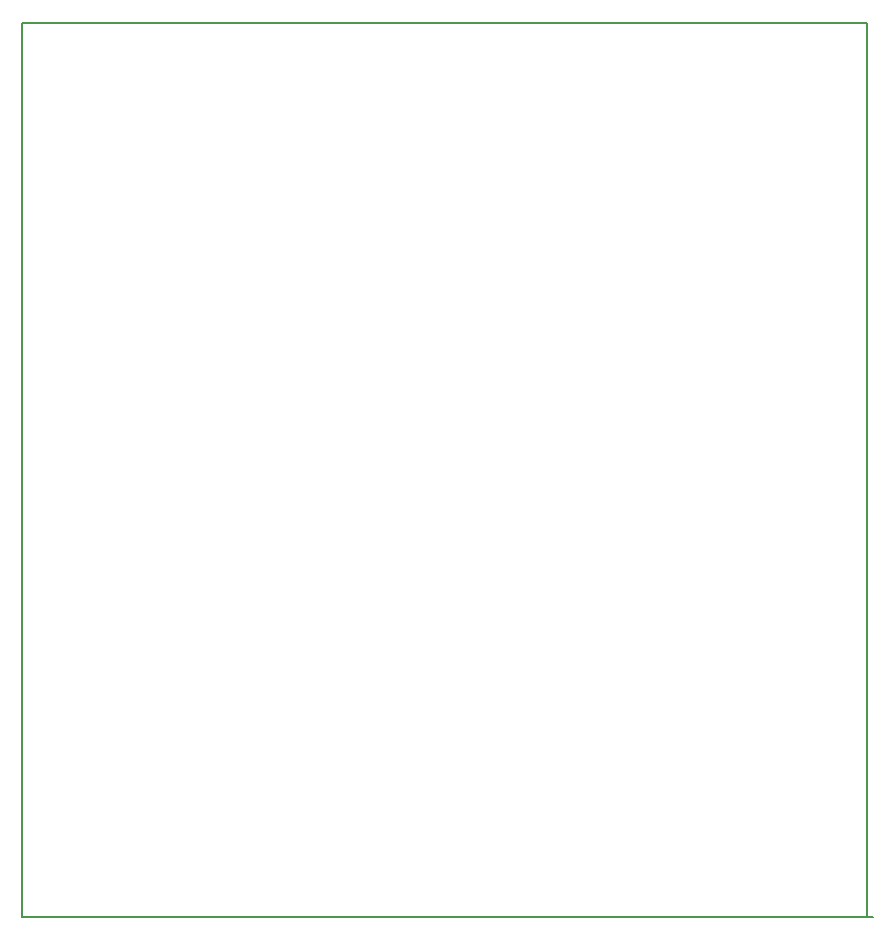
<source format=gbr>
G04 #@! TF.FileFunction,Profile,NP*
%FSLAX46Y46*%
G04 Gerber Fmt 4.6, Leading zero omitted, Abs format (unit mm)*
G04 Created by KiCad (PCBNEW 4.0.7) date 12/27/18 16:20:45*
%MOMM*%
%LPD*%
G01*
G04 APERTURE LIST*
%ADD10C,0.100000*%
%ADD11C,0.150000*%
G04 APERTURE END LIST*
D10*
D11*
X52895500Y-141605000D02*
X52895500Y-141732000D01*
X52895500Y-141732000D02*
X124968000Y-141732000D01*
X52895500Y-66040000D02*
X52895500Y-141668500D01*
X124460000Y-66040000D02*
X52895500Y-66040000D01*
X124460000Y-141668500D02*
X124460000Y-66040000D01*
M02*

</source>
